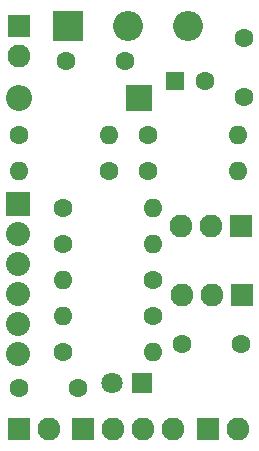
<source format=gbr>
%TF.GenerationSoftware,KiCad,Pcbnew,(5.99.0-2965-g3673c2369)*%
%TF.CreationDate,2020-08-24T11:11:48+03:00*%
%TF.ProjectId,leo-fuzz-box,6c656f2d-6675-47a7-9a2d-626f782e6b69,rev?*%
%TF.SameCoordinates,Original*%
%TF.FileFunction,Soldermask,Bot*%
%TF.FilePolarity,Negative*%
%FSLAX46Y46*%
G04 Gerber Fmt 4.6, Leading zero omitted, Abs format (unit mm)*
G04 Created by KiCad (PCBNEW (5.99.0-2965-g3673c2369)) date 2020-08-24 11:11:48*
%MOMM*%
%LPD*%
G01*
G04 APERTURE LIST*
%ADD10O,1.930400X1.930400*%
%ADD11R,1.930400X1.930400*%
%ADD12C,1.600000*%
%ADD13O,1.600000X1.600000*%
%ADD14R,2.540000X2.540000*%
%ADD15O,2.540000X2.540000*%
%ADD16R,1.600000X1.600000*%
%ADD17R,2.032000X2.032000*%
%ADD18O,2.032000X2.032000*%
%ADD19R,2.200000X2.200000*%
%ADD20O,2.200000X2.200000*%
%ADD21R,1.800000X1.800000*%
%ADD22C,1.800000*%
G04 APERTURE END LIST*
D10*
%TO.C,J1*%
X92760800Y-75488800D03*
D11*
X90220800Y-75488800D03*
%TD*%
D12*
%TO.C,R7*%
X90271600Y-50622200D03*
D13*
X97891600Y-50622200D03*
%TD*%
D14*
%TO.C,RV6*%
X94411800Y-41376600D03*
D15*
X99491800Y-41376600D03*
X104571800Y-41376600D03*
%TD*%
D12*
%TO.C,R9*%
X93954600Y-68961000D03*
D13*
X101574600Y-68961000D03*
%TD*%
D12*
%TO.C,C1*%
X90246200Y-72009000D03*
X95246200Y-72009000D03*
%TD*%
D11*
%TO.C,J4*%
X90220800Y-41376600D03*
D10*
X90220800Y-43916600D03*
%TD*%
D11*
%TO.C,J2*%
X95656400Y-75488800D03*
D10*
X98196400Y-75488800D03*
X100736400Y-75488800D03*
X103276400Y-75488800D03*
%TD*%
D12*
%TO.C,C4*%
X109270800Y-42418000D03*
X109270800Y-47418000D03*
%TD*%
%TO.C,C3*%
X109067600Y-68300600D03*
X104067600Y-68300600D03*
%TD*%
D16*
%TO.C,C5*%
X103505000Y-46050200D03*
D12*
X106005000Y-46050200D03*
%TD*%
D11*
%TO.C,Q1*%
X109093000Y-58318400D03*
D10*
X106553000Y-58318400D03*
X104013000Y-58318400D03*
%TD*%
%TO.C,J3*%
X108762800Y-75488800D03*
D11*
X106222800Y-75488800D03*
%TD*%
D12*
%TO.C,R5*%
X101219000Y-50622200D03*
D13*
X108839000Y-50622200D03*
%TD*%
D12*
%TO.C,R2*%
X93980000Y-56769000D03*
D13*
X101600000Y-56769000D03*
%TD*%
D11*
%TO.C,Q2*%
X109118400Y-64185800D03*
D10*
X106578400Y-64185800D03*
X104038400Y-64185800D03*
%TD*%
D17*
%TO.C,SW1*%
X90195400Y-56464200D03*
D18*
X90195400Y-59004200D03*
X90195400Y-61544200D03*
X90195400Y-64084200D03*
X90195400Y-66624200D03*
X90195400Y-69164200D03*
%TD*%
D12*
%TO.C,R8*%
X101574600Y-65938400D03*
D13*
X93954600Y-65938400D03*
%TD*%
D12*
%TO.C,R99*%
X101600000Y-62865000D03*
D13*
X93980000Y-62865000D03*
%TD*%
D12*
%TO.C,R4*%
X97891600Y-53670200D03*
D13*
X90271600Y-53670200D03*
%TD*%
D12*
%TO.C,C2*%
X99212400Y-44323000D03*
X94212400Y-44323000D03*
%TD*%
%TO.C,R1*%
X93980000Y-59817000D03*
D13*
X101600000Y-59817000D03*
%TD*%
D19*
%TO.C,D2*%
X100431600Y-47472600D03*
D20*
X90271600Y-47472600D03*
%TD*%
D12*
%TO.C,R3*%
X101219000Y-53670200D03*
D13*
X108839000Y-53670200D03*
%TD*%
D21*
%TO.C,D1*%
X100711000Y-71628000D03*
D22*
X98171000Y-71628000D03*
%TD*%
M02*

</source>
